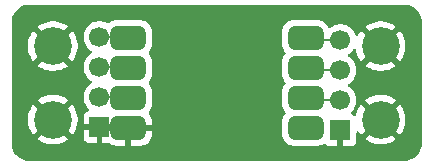
<source format=gbr>
%TF.GenerationSoftware,KiCad,Pcbnew,9.0.5-9.0.5~ubuntu24.04.1*%
%TF.CreationDate,2025-10-18T14:52:59-07:00*%
%TF.ProjectId,magnetometer_extern,6d61676e-6574-46f6-9d65-7465725f6578,rev?*%
%TF.SameCoordinates,Original*%
%TF.FileFunction,Copper,L1,Top*%
%TF.FilePolarity,Positive*%
%FSLAX46Y46*%
G04 Gerber Fmt 4.6, Leading zero omitted, Abs format (unit mm)*
G04 Created by KiCad (PCBNEW 9.0.5-9.0.5~ubuntu24.04.1) date 2025-10-18 14:52:59*
%MOMM*%
%LPD*%
G01*
G04 APERTURE LIST*
G04 Aperture macros list*
%AMRoundRect*
0 Rectangle with rounded corners*
0 $1 Rounding radius*
0 $2 $3 $4 $5 $6 $7 $8 $9 X,Y pos of 4 corners*
0 Add a 4 corners polygon primitive as box body*
4,1,4,$2,$3,$4,$5,$6,$7,$8,$9,$2,$3,0*
0 Add four circle primitives for the rounded corners*
1,1,$1+$1,$2,$3*
1,1,$1+$1,$4,$5*
1,1,$1+$1,$6,$7*
1,1,$1+$1,$8,$9*
0 Add four rect primitives between the rounded corners*
20,1,$1+$1,$2,$3,$4,$5,0*
20,1,$1+$1,$4,$5,$6,$7,0*
20,1,$1+$1,$6,$7,$8,$9,0*
20,1,$1+$1,$8,$9,$2,$3,0*%
G04 Aperture macros list end*
%TA.AperFunction,ComponentPad*%
%ADD10C,3.200000*%
%TD*%
%TA.AperFunction,ComponentPad*%
%ADD11R,1.700000X1.700000*%
%TD*%
%TA.AperFunction,ComponentPad*%
%ADD12C,1.700000*%
%TD*%
%TA.AperFunction,SMDPad,CuDef*%
%ADD13RoundRect,0.500000X-1.000000X-0.500000X1.000000X-0.500000X1.000000X0.500000X-1.000000X0.500000X0*%
%TD*%
%TA.AperFunction,Conductor*%
%ADD14C,0.200000*%
%TD*%
G04 APERTURE END LIST*
D10*
%TO.P,J3,1,Pin_1*%
%TO.N,GND*%
X173350000Y-93150000D03*
X145600000Y-93150000D03*
X173350000Y-99370000D03*
X145600000Y-99370000D03*
%TD*%
D11*
%TO.P,J1,1,Pin_1*%
%TO.N,GND*%
X169950000Y-100280000D03*
D12*
%TO.P,J1,2,Pin_2*%
%TO.N,MAGMETER_DRDY*%
X169950000Y-97740000D03*
%TO.P,J1,3,Pin_3*%
%TO.N,SCS_MAGMETER*%
X169950000Y-95200000D03*
%TO.P,J1,4,Pin_4*%
%TO.N,+3V3*%
X169950000Y-92660000D03*
%TD*%
D13*
%TO.P,U10,1,SLCK*%
%TO.N,SCLK_MAGMETER*%
X152000000Y-92460000D03*
%TO.P,U10,2,MISO*%
%TO.N,MISO_MAGMETER*%
X152000000Y-95000000D03*
%TO.P,U10,3,MOSI*%
%TO.N,MOSI_MAGMETER*%
X152000000Y-97540000D03*
%TO.P,U10,4,GND*%
%TO.N,GND*%
X152000000Y-100080000D03*
%TO.P,U10,5,VCC*%
%TO.N,+3V3*%
X167000000Y-92460000D03*
%TO.P,U10,6,SCS*%
%TO.N,SCS_MAGMETER*%
X167000000Y-95000000D03*
%TO.P,U10,7,DRDY*%
%TO.N,MAGMETER_DRDY*%
X167000000Y-97540000D03*
%TO.P,U10,8,NC*%
%TO.N,unconnected-(U10-NC-Pad8)*%
X167000000Y-100080000D03*
%TD*%
D11*
%TO.P,J2,1,Pin_1*%
%TO.N,GND*%
X149550000Y-100010000D03*
D12*
%TO.P,J2,2,Pin_2*%
%TO.N,MOSI_MAGMETER*%
X149550000Y-97470000D03*
%TO.P,J2,3,Pin_3*%
%TO.N,MISO_MAGMETER*%
X149550000Y-94930000D03*
%TO.P,J2,4,Pin_4*%
%TO.N,SCLK_MAGMETER*%
X149550000Y-92390000D03*
%TD*%
D14*
%TO.N,SCLK_MAGMETER*%
X149550000Y-92390000D02*
X151930000Y-92390000D01*
X151930000Y-92390000D02*
X152000000Y-92460000D01*
%TO.N,MISO_MAGMETER*%
X149550000Y-94930000D02*
X151930000Y-94930000D01*
X151930000Y-94930000D02*
X152000000Y-95000000D01*
%TO.N,MOSI_MAGMETER*%
X149550000Y-97470000D02*
X151930000Y-97470000D01*
X151930000Y-97470000D02*
X152000000Y-97540000D01*
%TO.N,MAGMETER_DRDY*%
X169950000Y-97740000D02*
X167200000Y-97740000D01*
X167200000Y-97740000D02*
X167000000Y-97540000D01*
%TO.N,SCS_MAGMETER*%
X169950000Y-95200000D02*
X167200000Y-95200000D01*
X167200000Y-95200000D02*
X167000000Y-95000000D01*
%TO.N,+3V3*%
X169950000Y-92660000D02*
X167200000Y-92660000D01*
X167200000Y-92660000D02*
X167000000Y-92460000D01*
%TD*%
%TA.AperFunction,Conductor*%
%TO.N,GND*%
G36*
X175354419Y-89650816D02*
G01*
X175554562Y-89665130D01*
X175572064Y-89667647D01*
X175763798Y-89709355D01*
X175780755Y-89714334D01*
X175964612Y-89782910D01*
X175980695Y-89790255D01*
X176097495Y-89854033D01*
X176152908Y-89884291D01*
X176167791Y-89893856D01*
X176324864Y-90011439D01*
X176338235Y-90023025D01*
X176476973Y-90161763D01*
X176488559Y-90175133D01*
X176606146Y-90332210D01*
X176615711Y-90347095D01*
X176709740Y-90519298D01*
X176717090Y-90535390D01*
X176785662Y-90719236D01*
X176790646Y-90736212D01*
X176832351Y-90927931D01*
X176834869Y-90945442D01*
X176840638Y-91026091D01*
X176848673Y-91138444D01*
X176849185Y-91145590D01*
X176849501Y-91154437D01*
X176849501Y-101365573D01*
X176849185Y-101374420D01*
X176834870Y-101574557D01*
X176832352Y-101592068D01*
X176790645Y-101783791D01*
X176785661Y-101800766D01*
X176717093Y-101984606D01*
X176709743Y-102000700D01*
X176615711Y-102172905D01*
X176606146Y-102187788D01*
X176488561Y-102344863D01*
X176476976Y-102358234D01*
X176338232Y-102496979D01*
X176324860Y-102508565D01*
X176167792Y-102626144D01*
X176152909Y-102635709D01*
X175980700Y-102729743D01*
X175964606Y-102737093D01*
X175780767Y-102805661D01*
X175763792Y-102810645D01*
X175572069Y-102852352D01*
X175554558Y-102854870D01*
X175371752Y-102867945D01*
X175354433Y-102869184D01*
X175345588Y-102869500D01*
X143604428Y-102869500D01*
X143595582Y-102869184D01*
X143573622Y-102867613D01*
X143395442Y-102854869D01*
X143377931Y-102852351D01*
X143186212Y-102810646D01*
X143169236Y-102805662D01*
X142985392Y-102737091D01*
X142969299Y-102729741D01*
X142797092Y-102635709D01*
X142782209Y-102626144D01*
X142625136Y-102508561D01*
X142611765Y-102496975D01*
X142473027Y-102358237D01*
X142461441Y-102344866D01*
X142343854Y-102187788D01*
X142334289Y-102172905D01*
X142324698Y-102155341D01*
X142240254Y-102000695D01*
X142232910Y-101984612D01*
X142164337Y-101800761D01*
X142159355Y-101783791D01*
X142125899Y-101629999D01*
X142117647Y-101592065D01*
X142115130Y-101574556D01*
X142110792Y-101513909D01*
X142100817Y-101374432D01*
X142100501Y-101365586D01*
X142100501Y-99232358D01*
X143500000Y-99232358D01*
X143500000Y-99507641D01*
X143535930Y-99780565D01*
X143607180Y-100046471D01*
X143712520Y-100300787D01*
X143712527Y-100300802D01*
X143850163Y-100539196D01*
X143948758Y-100667686D01*
X144520523Y-100095921D01*
X144608415Y-100216893D01*
X144753107Y-100361585D01*
X144874077Y-100449475D01*
X144302312Y-101021240D01*
X144430804Y-101119836D01*
X144669197Y-101257472D01*
X144669212Y-101257479D01*
X144923528Y-101362819D01*
X145189434Y-101434069D01*
X145462358Y-101470000D01*
X145737642Y-101470000D01*
X146010565Y-101434069D01*
X146276471Y-101362819D01*
X146530787Y-101257479D01*
X146530802Y-101257472D01*
X146769194Y-101119836D01*
X146769211Y-101119825D01*
X146897686Y-101021241D01*
X146897686Y-101021239D01*
X146325922Y-100449475D01*
X146446893Y-100361585D01*
X146591585Y-100216893D01*
X146679475Y-100095922D01*
X147251239Y-100667686D01*
X147251241Y-100667686D01*
X147349825Y-100539211D01*
X147349836Y-100539194D01*
X147487472Y-100300802D01*
X147487476Y-100300792D01*
X147545304Y-100161185D01*
X147545304Y-100161183D01*
X147592819Y-100046471D01*
X147664069Y-99780565D01*
X147700000Y-99507641D01*
X147700000Y-99232358D01*
X147664069Y-98959434D01*
X147592819Y-98693528D01*
X147487479Y-98439212D01*
X147487472Y-98439197D01*
X147349836Y-98200804D01*
X147251240Y-98072312D01*
X146679475Y-98644077D01*
X146591585Y-98523107D01*
X146446893Y-98378415D01*
X146325921Y-98290523D01*
X146897686Y-97718758D01*
X146769196Y-97620163D01*
X146530802Y-97482527D01*
X146530787Y-97482520D01*
X146276471Y-97377180D01*
X146010565Y-97305930D01*
X145737642Y-97270000D01*
X145462358Y-97270000D01*
X145189434Y-97305930D01*
X144923528Y-97377180D01*
X144669212Y-97482520D01*
X144669197Y-97482527D01*
X144430799Y-97620166D01*
X144302312Y-97718757D01*
X144302312Y-97718758D01*
X144874078Y-98290524D01*
X144753107Y-98378415D01*
X144608415Y-98523107D01*
X144520524Y-98644078D01*
X143948758Y-98072312D01*
X143948757Y-98072312D01*
X143850166Y-98200799D01*
X143712527Y-98439197D01*
X143712520Y-98439212D01*
X143607180Y-98693528D01*
X143535930Y-98959434D01*
X143500000Y-99232358D01*
X142100501Y-99232358D01*
X142100501Y-93012358D01*
X143500000Y-93012358D01*
X143500000Y-93287641D01*
X143535930Y-93560565D01*
X143607180Y-93826471D01*
X143712520Y-94080787D01*
X143712527Y-94080802D01*
X143850163Y-94319196D01*
X143948758Y-94447686D01*
X144520523Y-93875921D01*
X144608415Y-93996893D01*
X144753107Y-94141585D01*
X144874077Y-94229475D01*
X144302312Y-94801240D01*
X144430804Y-94899836D01*
X144669197Y-95037472D01*
X144669212Y-95037479D01*
X144923528Y-95142819D01*
X145189434Y-95214069D01*
X145462358Y-95250000D01*
X145737642Y-95250000D01*
X146010565Y-95214069D01*
X146276471Y-95142819D01*
X146530787Y-95037479D01*
X146530802Y-95037472D01*
X146769194Y-94899836D01*
X146769211Y-94899825D01*
X146897686Y-94801241D01*
X146897686Y-94801239D01*
X146325922Y-94229475D01*
X146446893Y-94141585D01*
X146591585Y-93996893D01*
X146679475Y-93875922D01*
X147251239Y-94447686D01*
X147251241Y-94447686D01*
X147349825Y-94319211D01*
X147349836Y-94319194D01*
X147487472Y-94080802D01*
X147487479Y-94080787D01*
X147592819Y-93826471D01*
X147664069Y-93560565D01*
X147700000Y-93287641D01*
X147700000Y-93012358D01*
X147664069Y-92739434D01*
X147592819Y-92473528D01*
X147531833Y-92326293D01*
X147514196Y-92283713D01*
X148199500Y-92283713D01*
X148199500Y-92496287D01*
X148232754Y-92706243D01*
X148243538Y-92739434D01*
X148298444Y-92908414D01*
X148394951Y-93097820D01*
X148519890Y-93269786D01*
X148670213Y-93420109D01*
X148842182Y-93545050D01*
X148850946Y-93549516D01*
X148901742Y-93597491D01*
X148918536Y-93665312D01*
X148895998Y-93731447D01*
X148850946Y-93770484D01*
X148842182Y-93774949D01*
X148670213Y-93899890D01*
X148519890Y-94050213D01*
X148394951Y-94222179D01*
X148298444Y-94411585D01*
X148232753Y-94613760D01*
X148204585Y-94791606D01*
X148199500Y-94823713D01*
X148199500Y-95036287D01*
X148232754Y-95246243D01*
X148252263Y-95306286D01*
X148298444Y-95448414D01*
X148394951Y-95637820D01*
X148519890Y-95809786D01*
X148670213Y-95960109D01*
X148842182Y-96085050D01*
X148850946Y-96089516D01*
X148901742Y-96137491D01*
X148918536Y-96205312D01*
X148895998Y-96271447D01*
X148850946Y-96310484D01*
X148842182Y-96314949D01*
X148670213Y-96439890D01*
X148519890Y-96590213D01*
X148394951Y-96762179D01*
X148298444Y-96951585D01*
X148232753Y-97153760D01*
X148214343Y-97270000D01*
X148199500Y-97363713D01*
X148199500Y-97576287D01*
X148232754Y-97786243D01*
X148252263Y-97846286D01*
X148298444Y-97988414D01*
X148394951Y-98177820D01*
X148519890Y-98349786D01*
X148633818Y-98463714D01*
X148667303Y-98525037D01*
X148662319Y-98594729D01*
X148620447Y-98650662D01*
X148589471Y-98667577D01*
X148457912Y-98716646D01*
X148457906Y-98716649D01*
X148342812Y-98802809D01*
X148342809Y-98802812D01*
X148256649Y-98917906D01*
X148256645Y-98917913D01*
X148206403Y-99052620D01*
X148206401Y-99052627D01*
X148200000Y-99112155D01*
X148200000Y-99760000D01*
X149116988Y-99760000D01*
X149084075Y-99817007D01*
X149050000Y-99944174D01*
X149050000Y-100075826D01*
X149084075Y-100202993D01*
X149116988Y-100260000D01*
X148200000Y-100260000D01*
X148200000Y-100907844D01*
X148206401Y-100967372D01*
X148206403Y-100967379D01*
X148256645Y-101102086D01*
X148256649Y-101102093D01*
X148342809Y-101217187D01*
X148342812Y-101217190D01*
X148457906Y-101303350D01*
X148457913Y-101303354D01*
X148592620Y-101353596D01*
X148592627Y-101353598D01*
X148652155Y-101359999D01*
X148652172Y-101360000D01*
X149300000Y-101360000D01*
X149300000Y-100443012D01*
X149357007Y-100475925D01*
X149484174Y-100510000D01*
X149615826Y-100510000D01*
X149742993Y-100475925D01*
X149800000Y-100443012D01*
X149800000Y-101360000D01*
X150330024Y-101360000D01*
X150397063Y-101379685D01*
X150408385Y-101387898D01*
X150446870Y-101419278D01*
X150627138Y-101513442D01*
X150822671Y-101569390D01*
X150822674Y-101569391D01*
X150941999Y-101579999D01*
X150942002Y-101580000D01*
X151750000Y-101580000D01*
X152250000Y-101580000D01*
X153057998Y-101580000D01*
X153058000Y-101579999D01*
X153177325Y-101569391D01*
X153177328Y-101569390D01*
X153372861Y-101513442D01*
X153553129Y-101419278D01*
X153710753Y-101290753D01*
X153839278Y-101133129D01*
X153933442Y-100952861D01*
X153989390Y-100757328D01*
X153989391Y-100757325D01*
X153999999Y-100638000D01*
X154000000Y-100637998D01*
X154000000Y-100330000D01*
X152250000Y-100330000D01*
X152250000Y-101580000D01*
X151750000Y-101580000D01*
X151750000Y-100330000D01*
X149991362Y-100330000D01*
X149949421Y-100317684D01*
X149950099Y-100317007D01*
X150015925Y-100202993D01*
X150050000Y-100075826D01*
X150050000Y-99944174D01*
X150015925Y-99817007D01*
X149983012Y-99760000D01*
X150908638Y-99760000D01*
X150975677Y-99779685D01*
X150996319Y-99796319D01*
X151030000Y-99830000D01*
X154000000Y-99830000D01*
X154000000Y-99522002D01*
X153999999Y-99521999D01*
X153989391Y-99402674D01*
X153989390Y-99402671D01*
X153933442Y-99207138D01*
X153839278Y-99026870D01*
X153726661Y-98888757D01*
X153699552Y-98824361D01*
X153711561Y-98755531D01*
X153726658Y-98732039D01*
X153839698Y-98593407D01*
X153933909Y-98413049D01*
X153989886Y-98217418D01*
X154000500Y-98098037D01*
X154000499Y-96981964D01*
X153989886Y-96862582D01*
X153933909Y-96666951D01*
X153839698Y-96486593D01*
X153726983Y-96348359D01*
X153699875Y-96283965D01*
X153711884Y-96215135D01*
X153726981Y-96191642D01*
X153839698Y-96053407D01*
X153933909Y-95873049D01*
X153989886Y-95677418D01*
X154000500Y-95558037D01*
X154000499Y-94441964D01*
X153989886Y-94322582D01*
X153933909Y-94126951D01*
X153839698Y-93946593D01*
X153726983Y-93808359D01*
X153699875Y-93743965D01*
X153711884Y-93675135D01*
X153726981Y-93651642D01*
X153839698Y-93513407D01*
X153933909Y-93333049D01*
X153989886Y-93137418D01*
X154000500Y-93018037D01*
X154000499Y-91901966D01*
X164999500Y-91901966D01*
X164999500Y-93018028D01*
X164999501Y-93018034D01*
X165010113Y-93137415D01*
X165066089Y-93333045D01*
X165066090Y-93333048D01*
X165066091Y-93333049D01*
X165160302Y-93513407D01*
X165186104Y-93545051D01*
X165273015Y-93651639D01*
X165300124Y-93716036D01*
X165288115Y-93784865D01*
X165273015Y-93808361D01*
X165160304Y-93946590D01*
X165066089Y-94126954D01*
X165038841Y-94222184D01*
X165010794Y-94320208D01*
X165010114Y-94322583D01*
X165010113Y-94322586D01*
X164999500Y-94441966D01*
X164999500Y-95558028D01*
X164999501Y-95558034D01*
X165010113Y-95677415D01*
X165066089Y-95873045D01*
X165066090Y-95873048D01*
X165066091Y-95873049D01*
X165160302Y-96053407D01*
X165186104Y-96085051D01*
X165273015Y-96191639D01*
X165300124Y-96256036D01*
X165288115Y-96324865D01*
X165273015Y-96348361D01*
X165160304Y-96486590D01*
X165066089Y-96666954D01*
X165038841Y-96762184D01*
X165010794Y-96860208D01*
X165010114Y-96862583D01*
X165010113Y-96862586D01*
X164999500Y-96981966D01*
X164999500Y-98098028D01*
X164999501Y-98098034D01*
X165010113Y-98217415D01*
X165066089Y-98413045D01*
X165066090Y-98413048D01*
X165066091Y-98413049D01*
X165160302Y-98593407D01*
X165160304Y-98593409D01*
X165273015Y-98731639D01*
X165300124Y-98796036D01*
X165288115Y-98864865D01*
X165273015Y-98888361D01*
X165168576Y-99016446D01*
X165160302Y-99026593D01*
X165126920Y-99090500D01*
X165066089Y-99206954D01*
X165010114Y-99402583D01*
X165010113Y-99402586D01*
X165003914Y-99472312D01*
X165000774Y-99507641D01*
X164999500Y-99521966D01*
X164999500Y-100638028D01*
X164999501Y-100638034D01*
X165010113Y-100757415D01*
X165066089Y-100953045D01*
X165066090Y-100953048D01*
X165066091Y-100953049D01*
X165160302Y-101133407D01*
X165160304Y-101133409D01*
X165288890Y-101291109D01*
X165304835Y-101304110D01*
X165446593Y-101419698D01*
X165626951Y-101513909D01*
X165822582Y-101569886D01*
X165941963Y-101580500D01*
X168058036Y-101580499D01*
X168177418Y-101569886D01*
X168373049Y-101513909D01*
X168553407Y-101419698D01*
X168553406Y-101419698D01*
X168558982Y-101416786D01*
X168560254Y-101419222D01*
X168615552Y-101402220D01*
X168682836Y-101421051D01*
X168716394Y-101451900D01*
X168742811Y-101487189D01*
X168742812Y-101487190D01*
X168857906Y-101573350D01*
X168857913Y-101573354D01*
X168992620Y-101623596D01*
X168992627Y-101623598D01*
X169052155Y-101629999D01*
X169052172Y-101630000D01*
X169700000Y-101630000D01*
X169700000Y-100713012D01*
X169757007Y-100745925D01*
X169884174Y-100780000D01*
X170015826Y-100780000D01*
X170142993Y-100745925D01*
X170200000Y-100713012D01*
X170200000Y-101630000D01*
X170847828Y-101630000D01*
X170847844Y-101629999D01*
X170907372Y-101623598D01*
X170907379Y-101623596D01*
X171042086Y-101573354D01*
X171042093Y-101573350D01*
X171157187Y-101487190D01*
X171157190Y-101487187D01*
X171243350Y-101372093D01*
X171243354Y-101372086D01*
X171293596Y-101237379D01*
X171293598Y-101237372D01*
X171299999Y-101177844D01*
X171300000Y-101177827D01*
X171300000Y-100482070D01*
X171319685Y-100415031D01*
X171372489Y-100369276D01*
X171441647Y-100359332D01*
X171505203Y-100388357D01*
X171531387Y-100420070D01*
X171600163Y-100539196D01*
X171698758Y-100667686D01*
X172270523Y-100095921D01*
X172358415Y-100216893D01*
X172503107Y-100361585D01*
X172624077Y-100449475D01*
X172052312Y-101021240D01*
X172180804Y-101119836D01*
X172419197Y-101257472D01*
X172419212Y-101257479D01*
X172673528Y-101362819D01*
X172939434Y-101434069D01*
X173212358Y-101470000D01*
X173487642Y-101470000D01*
X173760565Y-101434069D01*
X174026471Y-101362819D01*
X174280787Y-101257479D01*
X174280802Y-101257472D01*
X174519194Y-101119836D01*
X174519211Y-101119825D01*
X174647686Y-101021241D01*
X174647686Y-101021239D01*
X174075922Y-100449475D01*
X174196893Y-100361585D01*
X174341585Y-100216893D01*
X174429475Y-100095922D01*
X175001239Y-100667686D01*
X175001241Y-100667686D01*
X175099825Y-100539211D01*
X175099836Y-100539194D01*
X175237472Y-100300802D01*
X175237479Y-100300787D01*
X175342819Y-100046471D01*
X175414069Y-99780565D01*
X175450000Y-99507641D01*
X175450000Y-99232358D01*
X175414069Y-98959434D01*
X175342819Y-98693528D01*
X175237479Y-98439212D01*
X175237472Y-98439197D01*
X175099836Y-98200804D01*
X175001240Y-98072312D01*
X174429475Y-98644077D01*
X174341585Y-98523107D01*
X174196893Y-98378415D01*
X174075921Y-98290523D01*
X174647686Y-97718758D01*
X174519196Y-97620163D01*
X174280802Y-97482527D01*
X174280787Y-97482520D01*
X174026471Y-97377180D01*
X173760565Y-97305930D01*
X173487642Y-97270000D01*
X173212358Y-97270000D01*
X172939434Y-97305930D01*
X172673528Y-97377180D01*
X172419212Y-97482520D01*
X172419197Y-97482527D01*
X172180799Y-97620166D01*
X172052312Y-97718757D01*
X172052312Y-97718758D01*
X172624078Y-98290524D01*
X172503107Y-98378415D01*
X172358415Y-98523107D01*
X172270524Y-98644078D01*
X171698758Y-98072312D01*
X171698757Y-98072312D01*
X171600166Y-98200799D01*
X171462527Y-98439197D01*
X171462520Y-98439212D01*
X171357180Y-98693528D01*
X171286536Y-98957174D01*
X171250171Y-99016834D01*
X171187324Y-99047363D01*
X171117948Y-99039068D01*
X171112468Y-99036562D01*
X170899569Y-98932877D01*
X170877978Y-98913210D01*
X170854595Y-98895705D01*
X170852451Y-98889957D01*
X170847916Y-98885826D01*
X170840384Y-98857606D01*
X170830178Y-98830241D01*
X170831481Y-98824246D01*
X170829900Y-98818319D01*
X170838821Y-98790507D01*
X170845030Y-98761968D01*
X170850186Y-98755079D01*
X170851242Y-98751789D01*
X170854915Y-98748761D01*
X170866175Y-98733720D01*
X170980104Y-98619792D01*
X171105051Y-98447816D01*
X171201557Y-98258412D01*
X171267246Y-98056243D01*
X171300500Y-97846287D01*
X171300500Y-97633713D01*
X171267246Y-97423757D01*
X171201557Y-97221588D01*
X171105051Y-97032184D01*
X171105049Y-97032181D01*
X171105048Y-97032179D01*
X170980109Y-96860213D01*
X170829786Y-96709890D01*
X170657820Y-96584951D01*
X170657115Y-96584591D01*
X170649054Y-96580485D01*
X170598259Y-96532512D01*
X170581463Y-96464692D01*
X170603999Y-96398556D01*
X170649054Y-96359515D01*
X170657816Y-96355051D01*
X170719158Y-96310484D01*
X170829786Y-96230109D01*
X170829788Y-96230106D01*
X170829792Y-96230104D01*
X170980104Y-96079792D01*
X170980106Y-96079788D01*
X170980109Y-96079786D01*
X171105048Y-95907820D01*
X171105047Y-95907820D01*
X171105051Y-95907816D01*
X171201557Y-95718412D01*
X171267246Y-95516243D01*
X171300500Y-95306287D01*
X171300500Y-95093713D01*
X171267246Y-94883757D01*
X171201557Y-94681588D01*
X171105051Y-94492184D01*
X171105049Y-94492181D01*
X171105048Y-94492179D01*
X170980109Y-94320213D01*
X170829786Y-94169890D01*
X170657820Y-94044951D01*
X170657115Y-94044591D01*
X170649054Y-94040485D01*
X170598259Y-93992512D01*
X170581463Y-93924692D01*
X170603999Y-93858556D01*
X170649054Y-93819515D01*
X170657816Y-93815051D01*
X170719158Y-93770484D01*
X170829786Y-93690109D01*
X170829788Y-93690106D01*
X170829792Y-93690104D01*
X170980104Y-93539792D01*
X171054010Y-93438067D01*
X171109340Y-93395401D01*
X171178953Y-93389422D01*
X171240748Y-93422027D01*
X171275106Y-93482865D01*
X171277268Y-93494767D01*
X171285930Y-93560565D01*
X171357180Y-93826471D01*
X171462520Y-94080787D01*
X171462527Y-94080802D01*
X171600163Y-94319196D01*
X171698758Y-94447686D01*
X172270523Y-93875921D01*
X172358415Y-93996893D01*
X172503107Y-94141585D01*
X172624077Y-94229475D01*
X172052312Y-94801240D01*
X172180804Y-94899836D01*
X172419197Y-95037472D01*
X172419212Y-95037479D01*
X172673528Y-95142819D01*
X172939434Y-95214069D01*
X173212358Y-95250000D01*
X173487642Y-95250000D01*
X173760565Y-95214069D01*
X174026471Y-95142819D01*
X174280787Y-95037479D01*
X174280802Y-95037472D01*
X174519194Y-94899836D01*
X174519211Y-94899825D01*
X174647686Y-94801241D01*
X174647686Y-94801239D01*
X174075922Y-94229475D01*
X174196893Y-94141585D01*
X174341585Y-93996893D01*
X174429475Y-93875922D01*
X175001239Y-94447686D01*
X175001241Y-94447686D01*
X175099825Y-94319211D01*
X175099836Y-94319194D01*
X175237472Y-94080802D01*
X175237479Y-94080787D01*
X175342819Y-93826471D01*
X175414069Y-93560565D01*
X175450000Y-93287641D01*
X175450000Y-93012358D01*
X175414069Y-92739434D01*
X175342819Y-92473528D01*
X175237479Y-92219212D01*
X175237472Y-92219197D01*
X175099836Y-91980804D01*
X175001240Y-91852312D01*
X174429475Y-92424077D01*
X174341585Y-92303107D01*
X174196893Y-92158415D01*
X174075921Y-92070523D01*
X174647686Y-91498758D01*
X174519196Y-91400163D01*
X174280802Y-91262527D01*
X174280787Y-91262520D01*
X174026471Y-91157180D01*
X173760565Y-91085930D01*
X173487642Y-91050000D01*
X173212358Y-91050000D01*
X172939434Y-91085930D01*
X172673528Y-91157180D01*
X172419212Y-91262520D01*
X172419197Y-91262527D01*
X172180799Y-91400166D01*
X172052312Y-91498757D01*
X172052312Y-91498758D01*
X172624078Y-92070524D01*
X172503107Y-92158415D01*
X172358415Y-92303107D01*
X172270524Y-92424078D01*
X171698758Y-91852312D01*
X171698757Y-91852312D01*
X171600166Y-91980799D01*
X171462527Y-92219197D01*
X171462523Y-92219205D01*
X171459035Y-92227628D01*
X171415192Y-92282030D01*
X171348898Y-92304093D01*
X171281199Y-92286812D01*
X171233590Y-92235674D01*
X171226544Y-92218491D01*
X171201555Y-92141583D01*
X171148705Y-92037861D01*
X171105051Y-91952184D01*
X171105049Y-91952181D01*
X171105048Y-91952179D01*
X170980109Y-91780213D01*
X170829786Y-91629890D01*
X170657820Y-91504951D01*
X170468414Y-91408444D01*
X170468413Y-91408443D01*
X170468412Y-91408443D01*
X170266243Y-91342754D01*
X170266241Y-91342753D01*
X170266240Y-91342753D01*
X170104957Y-91317208D01*
X170056287Y-91309500D01*
X169843713Y-91309500D01*
X169795042Y-91317208D01*
X169633760Y-91342753D01*
X169431585Y-91408444D01*
X169242181Y-91504950D01*
X169103924Y-91605398D01*
X169038118Y-91628877D01*
X168970064Y-91613051D01*
X168921370Y-91562945D01*
X168921249Y-91562716D01*
X168839698Y-91406593D01*
X168787644Y-91342754D01*
X168711109Y-91248890D01*
X168553409Y-91120304D01*
X168553410Y-91120304D01*
X168553407Y-91120302D01*
X168373049Y-91026091D01*
X168373048Y-91026090D01*
X168373045Y-91026089D01*
X168255829Y-90992550D01*
X168177418Y-90970114D01*
X168177415Y-90970113D01*
X168177413Y-90970113D01*
X168111102Y-90964217D01*
X168058037Y-90959500D01*
X168058032Y-90959500D01*
X165941971Y-90959500D01*
X165941965Y-90959500D01*
X165941964Y-90959501D01*
X165930316Y-90960536D01*
X165822584Y-90970113D01*
X165626954Y-91026089D01*
X165581179Y-91050000D01*
X165446593Y-91120302D01*
X165446591Y-91120303D01*
X165446590Y-91120304D01*
X165288890Y-91248890D01*
X165160304Y-91406590D01*
X165160302Y-91406593D01*
X165113196Y-91496772D01*
X165066089Y-91586954D01*
X165038841Y-91682184D01*
X165010794Y-91780208D01*
X165010114Y-91782583D01*
X165010113Y-91782586D01*
X164999500Y-91901966D01*
X154000499Y-91901966D01*
X154000499Y-91901964D01*
X153989886Y-91782582D01*
X153933909Y-91586951D01*
X153839698Y-91406593D01*
X153722228Y-91262527D01*
X153711109Y-91248890D01*
X153553409Y-91120304D01*
X153553410Y-91120304D01*
X153553407Y-91120302D01*
X153373049Y-91026091D01*
X153373048Y-91026090D01*
X153373045Y-91026089D01*
X153255829Y-90992550D01*
X153177418Y-90970114D01*
X153177415Y-90970113D01*
X153177413Y-90970113D01*
X153111102Y-90964217D01*
X153058037Y-90959500D01*
X153058032Y-90959500D01*
X150941971Y-90959500D01*
X150941965Y-90959500D01*
X150941964Y-90959501D01*
X150930316Y-90960536D01*
X150822584Y-90970113D01*
X150626954Y-91026089D01*
X150446591Y-91120303D01*
X150350102Y-91198979D01*
X150285706Y-91226087D01*
X150216876Y-91214077D01*
X150215447Y-91213361D01*
X150068414Y-91138444D01*
X150068413Y-91138443D01*
X150068412Y-91138443D01*
X149866243Y-91072754D01*
X149866241Y-91072753D01*
X149866240Y-91072753D01*
X149704957Y-91047208D01*
X149656287Y-91039500D01*
X149443713Y-91039500D01*
X149395042Y-91047208D01*
X149233760Y-91072753D01*
X149031585Y-91138444D01*
X148842179Y-91234951D01*
X148670213Y-91359890D01*
X148519890Y-91510213D01*
X148394951Y-91682179D01*
X148298444Y-91871585D01*
X148232753Y-92073760D01*
X148219345Y-92158415D01*
X148199500Y-92283713D01*
X147514196Y-92283713D01*
X147487479Y-92219212D01*
X147487472Y-92219197D01*
X147349836Y-91980804D01*
X147251240Y-91852312D01*
X146679475Y-92424077D01*
X146591585Y-92303107D01*
X146446893Y-92158415D01*
X146325921Y-92070523D01*
X146897686Y-91498758D01*
X146769196Y-91400163D01*
X146530802Y-91262527D01*
X146530787Y-91262520D01*
X146276471Y-91157180D01*
X146010565Y-91085930D01*
X145737642Y-91050000D01*
X145462358Y-91050000D01*
X145189434Y-91085930D01*
X144923528Y-91157180D01*
X144669212Y-91262520D01*
X144669197Y-91262527D01*
X144430799Y-91400166D01*
X144302312Y-91498757D01*
X144302312Y-91498758D01*
X144874078Y-92070524D01*
X144753107Y-92158415D01*
X144608415Y-92303107D01*
X144520524Y-92424078D01*
X143948758Y-91852312D01*
X143948757Y-91852312D01*
X143850166Y-91980799D01*
X143712527Y-92219197D01*
X143712520Y-92219212D01*
X143607180Y-92473528D01*
X143535930Y-92739434D01*
X143500000Y-93012358D01*
X142100501Y-93012358D01*
X142100501Y-91154427D01*
X142100817Y-91145581D01*
X142115132Y-90945434D01*
X142117647Y-90927938D01*
X142159357Y-90736199D01*
X142164334Y-90719248D01*
X142232912Y-90535385D01*
X142240260Y-90519298D01*
X142302816Y-90404734D01*
X142334292Y-90347089D01*
X142343846Y-90332221D01*
X142461448Y-90175124D01*
X142473020Y-90161770D01*
X142611772Y-90023018D01*
X142625129Y-90011444D01*
X142782215Y-89893851D01*
X142797084Y-89884295D01*
X142969304Y-89790257D01*
X142985386Y-89782912D01*
X143169249Y-89714334D01*
X143186200Y-89709357D01*
X143377939Y-89667647D01*
X143395437Y-89665131D01*
X143595601Y-89650815D01*
X143604438Y-89650500D01*
X143665893Y-89650500D01*
X175284109Y-89650500D01*
X175345573Y-89650500D01*
X175354419Y-89650816D01*
G37*
%TD.AperFunction*%
%TD*%
M02*

</source>
